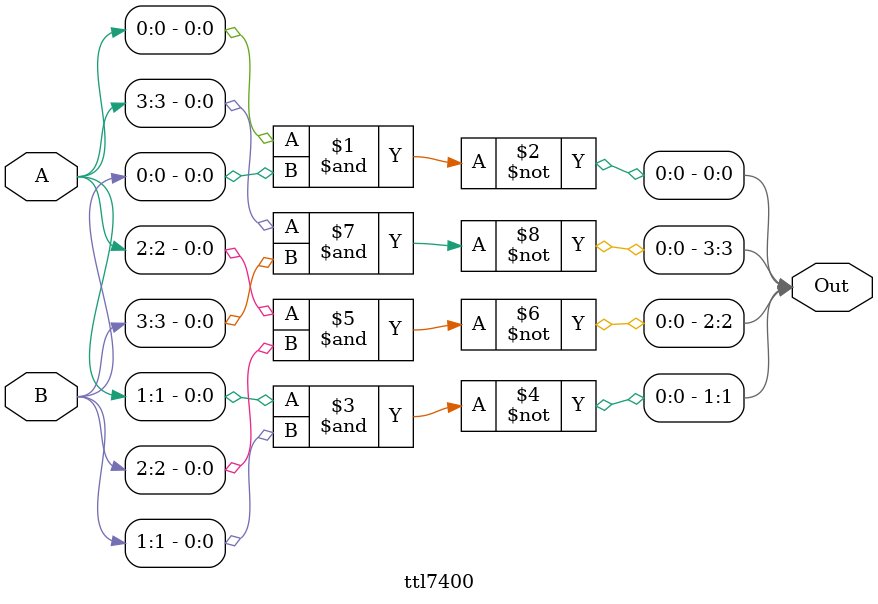
<source format=v>
module ttl7400(Out, A, B);
    output [3:0] Out;
    input [3:0] A;
    input [3:0] B;

    nand #10 (Out[0], A[0], B[0]);
    nand #10 (Out[1], A[1], B[1]);
    nand #10 (Out[2], A[2], B[2]);
    nand #10 (Out[3], A[3], B[3]);
endmodule

</source>
